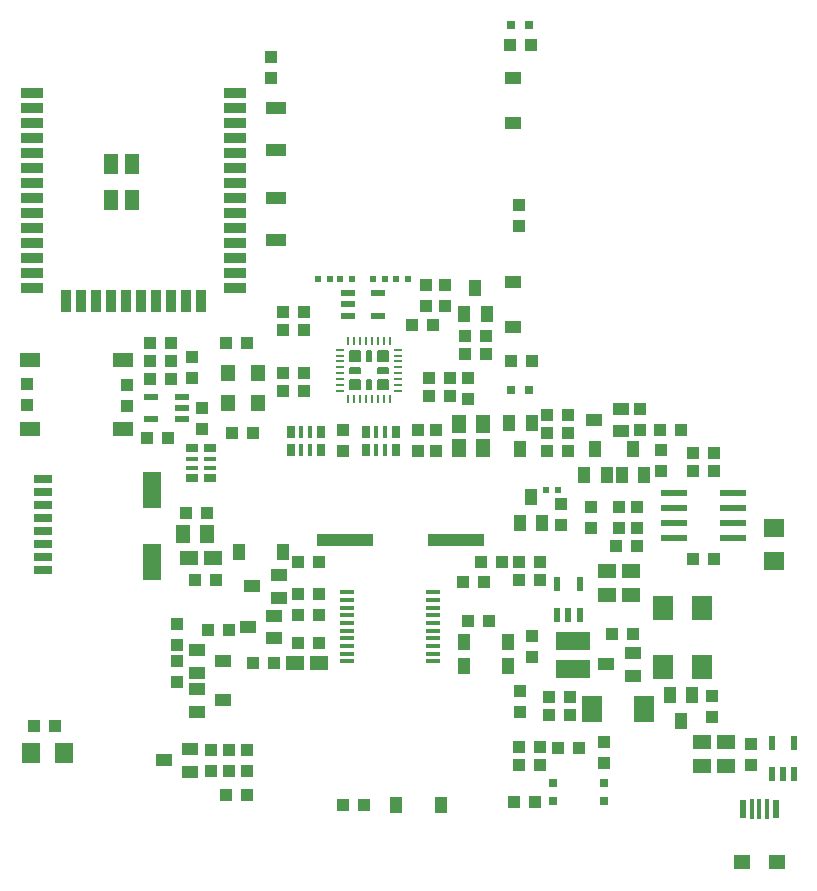
<source format=gbr>
G04 #@! TF.GenerationSoftware,KiCad,Pcbnew,5.1.6-c6e7f7d~87~ubuntu18.04.1*
G04 #@! TF.CreationDate,2022-06-03T15:36:12+03:00*
G04 #@! TF.ProjectId,ESP32-EVB_Rev_K,45535033-322d-4455-9642-5f5265765f4b,K*
G04 #@! TF.SameCoordinates,Original*
G04 #@! TF.FileFunction,Paste,Top*
G04 #@! TF.FilePolarity,Positive*
%FSLAX46Y46*%
G04 Gerber Fmt 4.6, Leading zero omitted, Abs format (unit mm)*
G04 Created by KiCad (PCBNEW 5.1.6-c6e7f7d~87~ubuntu18.04.1) date 2022-06-03 15:36:12*
%MOMM*%
%LPD*%
G01*
G04 APERTURE LIST*
%ADD10C,0.200000*%
%ADD11R,1.901600X0.901600*%
%ADD12R,0.901600X1.901600*%
%ADD13R,1.200000X1.800000*%
%ADD14R,0.500000X0.550000*%
%ADD15R,1.016000X1.016000*%
%ADD16R,1.700000X2.000000*%
%ADD17R,1.000000X1.400000*%
%ADD18R,4.826000X1.100000*%
%ADD19R,0.500000X1.650000*%
%ADD20R,0.396120X1.721120*%
%ADD21R,1.354000X1.254000*%
%ADD22R,1.778000X1.270000*%
%ADD23R,2.200000X0.600000*%
%ADD24R,1.270000X0.325000*%
%ADD25R,1.500000X3.100000*%
%ADD26R,1.500000X0.800000*%
%ADD27R,0.230000X0.780000*%
%ADD28R,0.780000X0.230000*%
%ADD29R,1.200000X1.400000*%
%ADD30R,1.524000X1.270000*%
%ADD31R,1.778000X2.286000*%
%ADD32R,1.400000X1.000000*%
%ADD33R,1.524000X1.778000*%
%ADD34R,1.778000X1.524000*%
%ADD35R,1.778000X1.016000*%
%ADD36R,0.800000X0.800000*%
%ADD37R,1.270000X1.524000*%
%ADD38R,1.016000X0.381000*%
%ADD39R,1.016000X0.635000*%
%ADD40R,0.381000X1.016000*%
%ADD41R,0.635000X1.016000*%
%ADD42R,0.550000X1.200000*%
%ADD43R,1.200000X0.550000*%
%ADD44R,3.000000X1.600000*%
G04 APERTURE END LIST*
D10*
X101549000Y-97244000D02*
X101549000Y-96444000D01*
X100749000Y-97244000D02*
X101549000Y-97244000D01*
X100749000Y-96444000D02*
X100749000Y-97244000D01*
X101549000Y-96444000D02*
X100749000Y-96444000D01*
X101549000Y-96544000D02*
X100749000Y-96544000D01*
X101549000Y-96644000D02*
X100749000Y-96644000D01*
X101549000Y-96744000D02*
X100749000Y-96744000D01*
X101549000Y-96844000D02*
X100749000Y-96844000D01*
X101549000Y-96944000D02*
X100749000Y-96944000D01*
X101549000Y-97044000D02*
X100749000Y-97044000D01*
X101549000Y-97144000D02*
X100749000Y-97144000D01*
X99149000Y-97144000D02*
X98349000Y-97144000D01*
X99149000Y-97044000D02*
X98349000Y-97044000D01*
X99149000Y-96944000D02*
X98349000Y-96944000D01*
X99149000Y-96844000D02*
X98349000Y-96844000D01*
X99149000Y-96744000D02*
X98349000Y-96744000D01*
X99149000Y-96644000D02*
X98349000Y-96644000D01*
X99149000Y-96544000D02*
X98349000Y-96544000D01*
X99149000Y-96444000D02*
X98349000Y-96444000D01*
X98349000Y-96444000D02*
X98349000Y-97244000D01*
X98349000Y-97244000D02*
X99149000Y-97244000D01*
X99149000Y-97244000D02*
X99149000Y-96444000D01*
X101549000Y-99544000D02*
X100749000Y-99544000D01*
X101549000Y-99444000D02*
X100749000Y-99444000D01*
X101549000Y-99344000D02*
X100749000Y-99344000D01*
X101549000Y-99244000D02*
X100749000Y-99244000D01*
X101549000Y-99144000D02*
X100749000Y-99144000D01*
X101549000Y-99044000D02*
X100749000Y-99044000D01*
X101549000Y-98944000D02*
X100749000Y-98944000D01*
X101549000Y-98844000D02*
X100749000Y-98844000D01*
X100749000Y-98844000D02*
X100749000Y-99644000D01*
X100749000Y-99644000D02*
X101549000Y-99644000D01*
X101549000Y-99644000D02*
X101549000Y-98844000D01*
X99149000Y-99644000D02*
X99149000Y-98844000D01*
X98349000Y-99644000D02*
X99149000Y-99644000D01*
X98349000Y-98844000D02*
X98349000Y-99644000D01*
X99149000Y-98844000D02*
X98349000Y-98844000D01*
X99149000Y-98944000D02*
X98349000Y-98944000D01*
X99149000Y-99044000D02*
X98349000Y-99044000D01*
X99149000Y-99144000D02*
X98349000Y-99144000D01*
X99149000Y-99244000D02*
X98349000Y-99244000D01*
X99149000Y-99344000D02*
X98349000Y-99344000D01*
X99149000Y-99444000D02*
X98349000Y-99444000D01*
X99149000Y-99544000D02*
X98349000Y-99544000D01*
X99749000Y-96444000D02*
X100149000Y-96444000D01*
X99749000Y-97244000D02*
X99749000Y-96444000D01*
X100149000Y-97244000D02*
X99749000Y-97244000D01*
X100149000Y-96444000D02*
X100149000Y-97244000D01*
X100049000Y-96444000D02*
X100049000Y-97244000D01*
X99949000Y-96444000D02*
X99949000Y-97244000D01*
X99849000Y-96444000D02*
X99849000Y-97244000D01*
X99849000Y-98844000D02*
X99849000Y-99644000D01*
X99949000Y-98844000D02*
X99949000Y-99644000D01*
X100049000Y-98844000D02*
X100049000Y-99644000D01*
X100149000Y-98844000D02*
X100149000Y-99644000D01*
X100149000Y-99644000D02*
X99749000Y-99644000D01*
X99749000Y-99644000D02*
X99749000Y-98844000D01*
X99749000Y-98844000D02*
X100149000Y-98844000D01*
X101549000Y-98244000D02*
X101549000Y-97844000D01*
X100749000Y-98244000D02*
X101549000Y-98244000D01*
X100749000Y-97844000D02*
X100749000Y-98244000D01*
X101549000Y-97844000D02*
X100749000Y-97844000D01*
X101549000Y-97944000D02*
X100749000Y-97944000D01*
X100749000Y-98044000D02*
X101549000Y-98044000D01*
X101549000Y-98144000D02*
X100749000Y-98144000D01*
X99149000Y-98144000D02*
X98349000Y-98144000D01*
X98349000Y-98044000D02*
X99149000Y-98044000D01*
X99149000Y-97944000D02*
X98349000Y-97944000D01*
X99149000Y-97844000D02*
X98349000Y-97844000D01*
X98349000Y-97844000D02*
X98349000Y-98244000D01*
X98349000Y-98244000D02*
X99149000Y-98244000D01*
X99149000Y-98244000D02*
X99149000Y-97844000D01*
D11*
X88610000Y-74573000D03*
X88610000Y-75843000D03*
X88610000Y-77113000D03*
X88610000Y-78383000D03*
X88610000Y-79653000D03*
X88610000Y-80923000D03*
X88610000Y-82193000D03*
X88610000Y-83463000D03*
X88610000Y-84733000D03*
X88610000Y-86003000D03*
X88610000Y-87273000D03*
X88610000Y-88543000D03*
X88610000Y-89813000D03*
X88610000Y-91083000D03*
D12*
X85740000Y-92183000D03*
X84470000Y-92183000D03*
X83200000Y-92183000D03*
X81930000Y-92183000D03*
X80660000Y-92183000D03*
X79390000Y-92183000D03*
X78120000Y-92183000D03*
X76850000Y-92183000D03*
X75580000Y-92183000D03*
X74310000Y-92183000D03*
D11*
X71410000Y-91083000D03*
X71410000Y-89813000D03*
X71410000Y-88543000D03*
X71410000Y-87273000D03*
X71410000Y-86003000D03*
X71410000Y-84733000D03*
X71410000Y-83463000D03*
X71410000Y-82193000D03*
X71410000Y-80923000D03*
X71410000Y-79653000D03*
X71410000Y-78383000D03*
X71410000Y-77113000D03*
X71410000Y-75843000D03*
X71410000Y-74573000D03*
D13*
X78110000Y-80583000D03*
X78110000Y-83583000D03*
X79910000Y-80583000D03*
X79910000Y-83583000D03*
D14*
X100330000Y-90297000D03*
X101346000Y-90297000D03*
D15*
X84455000Y-110109000D03*
X86233000Y-110109000D03*
D14*
X102235000Y-90297000D03*
X103251000Y-90297000D03*
D16*
X124841000Y-118150000D03*
X124841000Y-123150000D03*
X128143000Y-123150000D03*
X128143000Y-118150000D03*
D17*
X106040000Y-134874000D03*
X102240000Y-134874000D03*
X111755000Y-123063000D03*
X107955000Y-123063000D03*
X107955000Y-121031000D03*
X111755000Y-121031000D03*
D18*
X97917000Y-112395000D03*
X107315000Y-112395000D03*
D19*
X131612500Y-135153000D03*
D20*
X132350000Y-135153000D03*
X133000000Y-135153000D03*
X133650000Y-135153000D03*
D19*
X134387500Y-135153000D03*
D21*
X131500000Y-139703000D03*
X134500000Y-139703000D03*
D22*
X71247000Y-97155000D03*
X79121000Y-97155000D03*
X71247000Y-102997000D03*
X79121000Y-102997000D03*
D23*
X130770000Y-108458000D03*
X130770000Y-109728000D03*
X130770000Y-110998000D03*
X130770000Y-112268000D03*
X125770000Y-112268000D03*
X125770000Y-110998000D03*
X125770000Y-109728000D03*
X125770000Y-108458000D03*
D24*
X105346500Y-122686000D03*
X105346500Y-122036000D03*
X105346500Y-121386000D03*
X105346500Y-120736000D03*
X105346500Y-120086000D03*
X105346500Y-119436000D03*
X105346500Y-118786000D03*
X105346500Y-118136000D03*
X105346500Y-117486000D03*
X105346500Y-116836000D03*
X98107500Y-116836000D03*
X98107500Y-117486000D03*
X98107500Y-118136000D03*
X98107500Y-118786000D03*
X98107500Y-119436000D03*
X98107500Y-120086000D03*
X98107500Y-120736000D03*
X98107500Y-121386000D03*
X98107500Y-122036000D03*
X98107500Y-122686000D03*
D25*
X81577000Y-114275000D03*
X81577000Y-108215000D03*
D26*
X72327000Y-107275000D03*
X72327000Y-108375000D03*
X72327000Y-109475000D03*
X72327000Y-110575000D03*
X72327000Y-111675000D03*
X72327000Y-112775000D03*
X72327000Y-113875000D03*
X72327000Y-114975000D03*
D27*
X98199000Y-95594000D03*
X98699000Y-95594000D03*
X99199000Y-95594000D03*
X99699000Y-95594000D03*
X100199000Y-95594000D03*
X100699000Y-95594000D03*
X101199000Y-95594000D03*
X101699000Y-95594000D03*
D28*
X102399000Y-96294000D03*
X102399000Y-96794000D03*
X102399000Y-97294000D03*
X102399000Y-97794000D03*
X102399000Y-98294000D03*
X102399000Y-98794000D03*
X102399000Y-99294000D03*
X102399000Y-99794000D03*
D27*
X101699000Y-100494000D03*
X101199000Y-100494000D03*
X100699000Y-100494000D03*
X100199000Y-100494000D03*
X99699000Y-100494000D03*
X99199000Y-100494000D03*
X98699000Y-100494000D03*
X98199000Y-100494000D03*
D28*
X97499000Y-99794000D03*
X97499000Y-99294000D03*
X97499000Y-98794000D03*
X97499000Y-98294000D03*
X97499000Y-97794000D03*
X97499000Y-97294000D03*
X97499000Y-96794000D03*
X97499000Y-96294000D03*
D29*
X88011000Y-100838000D03*
X88011000Y-98298000D03*
X90551000Y-98298000D03*
X90551000Y-100838000D03*
D15*
X85217000Y-115824000D03*
X86995000Y-115824000D03*
D30*
X130175000Y-131572000D03*
X130175000Y-129540000D03*
D15*
X104775000Y-92583000D03*
X104775000Y-90805000D03*
D31*
X118854000Y-126746000D03*
X123208000Y-126746000D03*
D15*
X83693000Y-121285000D03*
X83693000Y-119507000D03*
X83693000Y-124460000D03*
X83693000Y-122682000D03*
D32*
X87587000Y-122682000D03*
X85387000Y-123632000D03*
X85387000Y-121732000D03*
X87587000Y-125984000D03*
X85387000Y-126934000D03*
X85387000Y-125034000D03*
D15*
X86360000Y-120015000D03*
X88138000Y-120015000D03*
D30*
X120142000Y-117094000D03*
X120142000Y-115062000D03*
X122174000Y-115062000D03*
X122174000Y-117094000D03*
D15*
X112649000Y-114300000D03*
X114427000Y-114300000D03*
X112649000Y-115824000D03*
X114427000Y-115824000D03*
X119888000Y-129540000D03*
X119888000Y-131318000D03*
X86614000Y-131953000D03*
X86614000Y-130175000D03*
X88138000Y-131953000D03*
X88138000Y-130175000D03*
X84963000Y-96901000D03*
X84963000Y-98679000D03*
D33*
X74168000Y-130429000D03*
X71374000Y-130429000D03*
D15*
X127381000Y-105029000D03*
X129159000Y-105029000D03*
X127381000Y-106553000D03*
X129159000Y-106553000D03*
D34*
X134239000Y-114173000D03*
X134239000Y-111379000D03*
D15*
X83185000Y-98806000D03*
X81407000Y-98806000D03*
X81407000Y-97282000D03*
X83185000Y-97282000D03*
X93980000Y-118745000D03*
X95758000Y-118745000D03*
X129032000Y-127381000D03*
X129032000Y-125603000D03*
X79502000Y-99314000D03*
X79502000Y-101092000D03*
X73406000Y-128143000D03*
X71628000Y-128143000D03*
X122682000Y-111379000D03*
X122682000Y-109601000D03*
X121158000Y-109601000D03*
X121158000Y-111379000D03*
X110109000Y-119253000D03*
X108331000Y-119253000D03*
X93980000Y-121158000D03*
X95758000Y-121158000D03*
X111252000Y-114300000D03*
X109474000Y-114300000D03*
X93980000Y-114300000D03*
X95758000Y-114300000D03*
D35*
X92075000Y-75819000D03*
X92075000Y-79375000D03*
X92075000Y-86995000D03*
X92075000Y-83439000D03*
D15*
X93980000Y-116967000D03*
X95758000Y-116967000D03*
X113792000Y-122301000D03*
X113792000Y-120523000D03*
X92710000Y-93091000D03*
X94488000Y-93091000D03*
X106807000Y-100203000D03*
X105029000Y-100203000D03*
X89662000Y-95758000D03*
X87884000Y-95758000D03*
X107950000Y-115951000D03*
X109728000Y-115951000D03*
X90170000Y-103378000D03*
X88392000Y-103378000D03*
X112649000Y-85852000D03*
X112649000Y-84074000D03*
X91694000Y-71501000D03*
X91694000Y-73279000D03*
X85852000Y-101219000D03*
X85852000Y-102997000D03*
X97790000Y-134874000D03*
X99568000Y-134874000D03*
X112776000Y-127000000D03*
X112776000Y-125222000D03*
X89662000Y-130175000D03*
X89662000Y-131953000D03*
X89662000Y-133985000D03*
X87884000Y-133985000D03*
X122301000Y-120396000D03*
X120523000Y-120396000D03*
X81153000Y-103759000D03*
X82931000Y-103759000D03*
X83185000Y-95758000D03*
X81407000Y-95758000D03*
X111887000Y-70485000D03*
X113665000Y-70485000D03*
X108077000Y-95123000D03*
X109855000Y-95123000D03*
X108077000Y-96647000D03*
X109855000Y-96647000D03*
X112014000Y-97282000D03*
X113792000Y-97282000D03*
X122936000Y-103124000D03*
X122936000Y-101346000D03*
X124587000Y-103124000D03*
X126365000Y-103124000D03*
D36*
X119888000Y-132969000D03*
X119888000Y-134493000D03*
X113538000Y-68834000D03*
X112014000Y-68834000D03*
X113538000Y-99695000D03*
X112014000Y-99695000D03*
D15*
X105029000Y-98679000D03*
X106807000Y-98679000D03*
X92710000Y-98298000D03*
X94488000Y-98298000D03*
X92710000Y-99822000D03*
X94488000Y-99822000D03*
X92710000Y-94615000D03*
X94488000Y-94615000D03*
X105410000Y-94234000D03*
X103632000Y-94234000D03*
X97790000Y-104902000D03*
X97790000Y-103124000D03*
X108331000Y-98679000D03*
X108331000Y-100457000D03*
X106426000Y-92583000D03*
X106426000Y-90805000D03*
D37*
X86233000Y-111887000D03*
X84201000Y-111887000D03*
D15*
X104140000Y-103124000D03*
X104140000Y-104902000D03*
X105664000Y-103124000D03*
X105664000Y-104902000D03*
X116967000Y-127254000D03*
X115189000Y-127254000D03*
X116967000Y-125730000D03*
X115189000Y-125730000D03*
X91948000Y-122809000D03*
X90170000Y-122809000D03*
D30*
X128143000Y-131572000D03*
X128143000Y-129540000D03*
D38*
X84963000Y-106299000D03*
X84963000Y-105537000D03*
X86487000Y-106299000D03*
X86487000Y-105537000D03*
D39*
X84963000Y-107188000D03*
X86487000Y-107188000D03*
X84963000Y-104648000D03*
X86487000Y-104648000D03*
D40*
X94996000Y-104775000D03*
X94234000Y-104775000D03*
X94996000Y-103251000D03*
X94234000Y-103251000D03*
D41*
X95885000Y-104775000D03*
X95885000Y-103251000D03*
X93345000Y-104775000D03*
X93345000Y-103251000D03*
D40*
X100584000Y-103251000D03*
X101346000Y-103251000D03*
X100584000Y-104775000D03*
X101346000Y-104775000D03*
D41*
X99695000Y-103251000D03*
X99695000Y-104775000D03*
X102235000Y-103251000D03*
X102235000Y-104775000D03*
D42*
X115890000Y-118775000D03*
X116840000Y-118775000D03*
X117790000Y-118775000D03*
X115890000Y-116175000D03*
X117790000Y-116175000D03*
D32*
X121249440Y-103184960D03*
X121249440Y-101282500D03*
X119039640Y-102237540D03*
X90083640Y-116334540D03*
X92293440Y-115379500D03*
X92293440Y-117281960D03*
X91912440Y-120710960D03*
X91912440Y-118808500D03*
X89702640Y-119763540D03*
X84800440Y-132013960D03*
X84800440Y-130111500D03*
X82590640Y-131066540D03*
D17*
X108016040Y-93309440D03*
X109918500Y-93309440D03*
X108963460Y-91099640D03*
D32*
X112141000Y-73284000D03*
X112141000Y-77084000D03*
X112141000Y-90556000D03*
X112141000Y-94356000D03*
D17*
X127314960Y-125511560D03*
X125412500Y-125511560D03*
X126367540Y-127721360D03*
D32*
X122265440Y-123885960D03*
X122265440Y-121983500D03*
X120055640Y-122938540D03*
D43*
X84104000Y-102169000D03*
X84104000Y-101219000D03*
X84104000Y-100269000D03*
X81504000Y-102169000D03*
X81504000Y-100269000D03*
D30*
X86741000Y-113919000D03*
X84709000Y-113919000D03*
D37*
X107569000Y-104648000D03*
X107569000Y-102616000D03*
D30*
X95758000Y-122809000D03*
X93726000Y-122809000D03*
D44*
X117221000Y-123374000D03*
X117221000Y-120974000D03*
D15*
X115062000Y-101854000D03*
X116840000Y-101854000D03*
D17*
X113725960Y-102524560D03*
X111823500Y-102524560D03*
X112778540Y-104734360D03*
X119123460Y-104688640D03*
X120078500Y-106898440D03*
X118176040Y-106898440D03*
D37*
X109601000Y-102616000D03*
X109601000Y-104648000D03*
D15*
X115062000Y-104902000D03*
X116840000Y-104902000D03*
X115062000Y-103378000D03*
X116840000Y-103378000D03*
D36*
X115570000Y-132969000D03*
X115570000Y-134493000D03*
D15*
X115951000Y-130048000D03*
X117729000Y-130048000D03*
D42*
X134051000Y-132237000D03*
X135001000Y-132237000D03*
X135951000Y-132237000D03*
X134051000Y-129637000D03*
X135951000Y-129637000D03*
D15*
X132334000Y-129667000D03*
X132334000Y-131445000D03*
X112268000Y-134620000D03*
X114046000Y-134620000D03*
X112649000Y-131445000D03*
X114427000Y-131445000D03*
X112649000Y-129921000D03*
X114427000Y-129921000D03*
X70993000Y-99187000D03*
X70993000Y-100965000D03*
X129159000Y-114046000D03*
X127381000Y-114046000D03*
X120904000Y-112903000D03*
X122682000Y-112903000D03*
X118745000Y-111379000D03*
X118745000Y-109601000D03*
D43*
X100741000Y-93406000D03*
X100741000Y-91506000D03*
X98141000Y-93406000D03*
X98141000Y-92456000D03*
X98141000Y-91506000D03*
D14*
X98552000Y-90297000D03*
X97536000Y-90297000D03*
X95631000Y-90297000D03*
X96647000Y-90297000D03*
D17*
X92705000Y-113411000D03*
X88905000Y-113411000D03*
D15*
X124714000Y-106553000D03*
X124714000Y-104775000D03*
D17*
X112715000Y-110998000D03*
X114615000Y-110998000D03*
X113665000Y-108798000D03*
D15*
X116205000Y-109347000D03*
X116205000Y-111125000D03*
D14*
X115951000Y-108204000D03*
X114935000Y-108204000D03*
D17*
X122301000Y-104691000D03*
X123251000Y-106891000D03*
X121351000Y-106891000D03*
M02*

</source>
